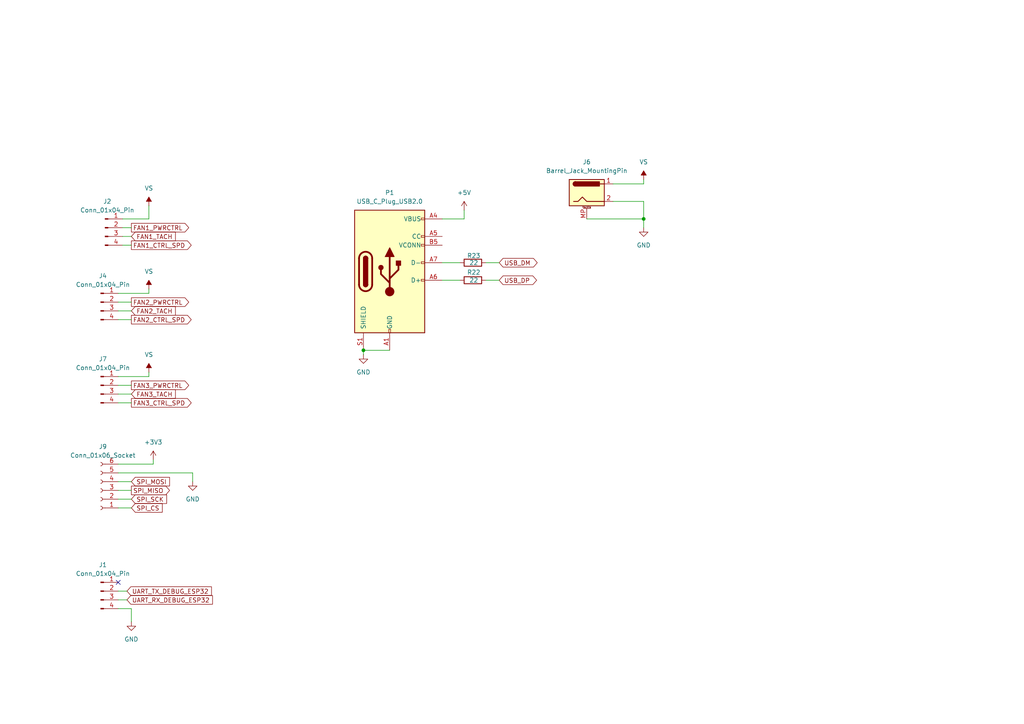
<source format=kicad_sch>
(kicad_sch (version 20231120) (generator "eeschema") (generator_version "8.0")
  (paper "A4")
  (title_block (title "Connectors - Exhaust Fan Portable") (date "2025-12-28") (rev "1.0.0"))
  (lib_symbols
    (symbol "Connector:Barrel_Jack_MountingPin" (pin_names hide)
      (property "Reference" "J" (at 0 5.334 0))
      (property "Value" "Barrel_Jack_MountingPin" (at 1.27 -6.35 0))
      (symbol "Barrel_Jack_MountingPin_0_1"
        (rectangle (start -5.08 3.81) (end 5.08 -3.81) (stroke (width 0.254)) (fill (type background)))
        (arc (start -3.302 3.175) (mid -3.9343 2.54) (end -3.302 1.905) (stroke (width 0.254)))
        (arc (start -3.302 3.175) (mid -3.9343 2.54) (end -3.302 1.905) (stroke (width 0.254)) (fill (type outline)))
        (polyline (pts (xy 5.08 2.54) (xy 3.81 2.54)) (stroke (width 0.254)))
        (polyline (pts (xy -3.81 -2.54) (xy -2.54 -2.54) (xy -1.27 -1.27) (xy 0 -2.54) (xy 2.54 -2.54) (xy 5.08 -2.54)) (stroke (width 0.254)))
        (rectangle (start 3.683 3.175) (end -3.302 1.905) (stroke (width 0.254)) (fill (type outline)))
      )
      (symbol "Barrel_Jack_MountingPin_1_1"
        (polyline (pts (xy -1.016 -4.572) (xy 1.016 -4.572)) (stroke (width 0.1524)))
        (text "Mounting" (at 0 -4.191 0) (effects (font (size 0.381 0.381))))
        (pin passive line (at 7.62 2.54 180) (length 2.54) (name "~") (number "1"))
        (pin passive line (at 7.62 -2.54 180) (length 2.54) (name "~") (number "2"))
        (pin passive line (at 0 -7.62 90) (length 3.048) (name "MountPin") (number "MP"))
      )
    )
    (symbol "Connector:Conn_01x04_Pin" (pin_names (offset 1.016) hide)
      (property "Reference" "J" (at 0 5.08 0))
      (property "Value" "Conn_01x04_Pin" (at 0 -7.62 0))
      (symbol "Conn_01x04_Pin_1_1"
        (polyline (pts (xy 1.27 -5.08) (xy 0.8636 -5.08)) (stroke (width 0.1524)))
        (polyline (pts (xy 1.27 -2.54) (xy 0.8636 -2.54)) (stroke (width 0.1524)))
        (polyline (pts (xy 1.27 0) (xy 0.8636 0)) (stroke (width 0.1524)))
        (polyline (pts (xy 1.27 2.54) (xy 0.8636 2.54)) (stroke (width 0.1524)))
        (rectangle (start 0.8636 -4.953) (end 0 -5.207) (stroke (width 0.1524)) (fill (type outline)))
        (rectangle (start 0.8636 -2.413) (end 0 -2.667) (stroke (width 0.1524)) (fill (type outline)))
        (rectangle (start 0.8636 0.127) (end 0 -0.127) (stroke (width 0.1524)) (fill (type outline)))
        (rectangle (start 0.8636 2.667) (end 0 2.413) (stroke (width 0.1524)) (fill (type outline)))
        (pin passive line (at 5.08 2.54 180) (length 3.81) (name "Pin_1") (number "1"))
        (pin passive line (at 5.08 0 180) (length 3.81) (name "Pin_2") (number "2"))
        (pin passive line (at 5.08 -2.54 180) (length 3.81) (name "Pin_3") (number "3"))
        (pin passive line (at 5.08 -5.08 180) (length 3.81) (name "Pin_4") (number "4"))
      )
    )
    (symbol "Connector:Conn_01x06_Socket" (pin_names (offset 1.016) hide)
      (property "Reference" "J" (at 0 7.62 0))
      (property "Value" "Conn_01x06_Socket" (at 0 -10.16 0))
      (symbol "Conn_01x06_Socket_1_1"
        (arc (start 0 -7.112) (mid -0.5058 -7.62) (end 0 -8.128) (stroke (width 0.1524)))
        (arc (start 0 -4.572) (mid -0.5058 -5.08) (end 0 -5.588) (stroke (width 0.1524)))
        (arc (start 0 -2.032) (mid -0.5058 -2.54) (end 0 -3.048) (stroke (width 0.1524)))
        (polyline (pts (xy -1.27 -7.62) (xy -0.508 -7.62)) (stroke (width 0.1524)))
        (polyline (pts (xy -1.27 -5.08) (xy -0.508 -5.08)) (stroke (width 0.1524)))
        (polyline (pts (xy -1.27 -2.54) (xy -0.508 -2.54)) (stroke (width 0.1524)))
        (polyline (pts (xy -1.27 0) (xy -0.508 0)) (stroke (width 0.1524)))
        (polyline (pts (xy -1.27 2.54) (xy -0.508 2.54)) (stroke (width 0.1524)))
        (polyline (pts (xy -1.27 5.08) (xy -0.508 5.08)) (stroke (width 0.1524)))
        (arc (start 0 0.508) (mid -0.5058 0) (end 0 -0.508) (stroke (width 0.1524)))
        (arc (start 0 3.048) (mid -0.5058 2.54) (end 0 2.032) (stroke (width 0.1524)))
        (arc (start 0 5.588) (mid -0.5058 5.08) (end 0 4.572) (stroke (width 0.1524)))
        (pin passive line (at -5.08 5.08 0) (length 3.81) (name "Pin_1") (number "1"))
        (pin passive line (at -5.08 2.54 0) (length 3.81) (name "Pin_2") (number "2"))
        (pin passive line (at -5.08 0 0) (length 3.81) (name "Pin_3") (number "3"))
        (pin passive line (at -5.08 -2.54 0) (length 3.81) (name "Pin_4") (number "4"))
        (pin passive line (at -5.08 -5.08 0) (length 3.81) (name "Pin_5") (number "5"))
        (pin passive line (at -5.08 -7.62 0) (length 3.81) (name "Pin_6") (number "6"))
      )
    )
    (symbol "Connector:USB_C_Plug_USB2.0" (pin_names (offset 1.016))
      (property "Reference" "P" (at -10.16 19.05 0))
      (property "Value" "USB_C_Plug_USB2.0" (at 12.7 19.05 0))
      (symbol "USB_C_Plug_USB2.0_0_0"
        (rectangle (start -0.254 -17.78) (end 0.254 -16.764))
        (rectangle (start 10.16 -2.286) (end 9.144 -2.794))
        (rectangle (start 10.16 2.794) (end 9.144 2.286))
        (rectangle (start 10.16 7.874) (end 9.144 7.366))
        (rectangle (start 10.16 10.414) (end 9.144 9.906))
        (rectangle (start 10.16 15.494) (end 9.144 14.986))
      )
      (symbol "USB_C_Plug_USB2.0_0_1"
        (rectangle (start -10.16 17.78) (end 10.16 -17.78) (stroke (width 0.254)) (fill (type background)))
        (arc (start -8.89 -3.81) (mid -6.985 -5.7067) (end -5.08 -3.81) (stroke (width 0.508)))
        (arc (start -7.62 -3.81) (mid -6.985 -4.4423) (end -6.35 -3.81) (stroke (width 0.254)))
        (arc (start -7.62 -3.81) (mid -6.985 -4.4423) (end -6.35 -3.81) (stroke (width 0.254)) (fill (type outline)))
        (rectangle (start -7.62 -3.81) (end -6.35 3.81) (stroke (width 0.254)) (fill (type outline)))
        (arc (start -6.35 3.81) (mid -6.985 4.4423) (end -7.62 3.81) (stroke (width 0.254)))
        (arc (start -6.35 3.81) (mid -6.985 4.4423) (end -7.62 3.81) (stroke (width 0.254)) (fill (type outline)))
        (arc (start -5.08 3.81) (mid -6.985 5.7067) (end -8.89 3.81) (stroke (width 0.508)))
        (circle (center -2.54 1.143) (radius 0.635) (stroke (width 0.254)) (fill (type outline)))
        (circle (center 0 -5.842) (radius 1.27) (fill (type outline)))
        (polyline (pts (xy -8.89 -3.81) (xy -8.89 3.81)) (stroke (width 0.508)))
        (polyline (pts (xy -5.08 3.81) (xy -5.08 -3.81)) (stroke (width 0.508)))
        (polyline (pts (xy 0 -5.842) (xy 0 4.318)) (stroke (width 0.508)))
        (polyline (pts (xy 0 -3.302) (xy -2.54 -0.762) (xy -2.54 0.508)) (stroke (width 0.508)))
        (polyline (pts (xy 0 -2.032) (xy 2.54 0.508) (xy 2.54 1.778)) (stroke (width 0.508)))
        (polyline (pts (xy -1.27 4.318) (xy 0 6.858) (xy 1.27 4.318) (xy -1.27 4.318)) (stroke (width 0.254)) (fill (type outline)))
        (rectangle (start 1.905 1.778) (end 3.175 3.048) (stroke (width 0.254)) (fill (type outline)))
      )
      (symbol "USB_C_Plug_USB2.0_1_1"
        (pin passive line (at 0 -22.86 90) (length 5.08) (name "GND") (number "A1"))
        (pin passive line (at 0 -22.86 90) (length 5.08) hide (name "GND") (number "A12"))
        (pin passive line (at 15.24 15.24 180) (length 5.08) (name "VBUS") (number "A4"))
        (pin bidirectional line (at 15.24 10.16 180) (length 5.08) (name "CC") (number "A5"))
        (pin bidirectional line (at 15.24 -2.54 180) (length 5.08) (name "D+") (number "A6"))
        (pin bidirectional line (at 15.24 2.54 180) (length 5.08) (name "D-") (number "A7"))
        (pin passive line (at 15.24 15.24 180) (length 5.08) hide (name "VBUS") (number "A9"))
        (pin passive line (at 0 -22.86 90) (length 5.08) hide (name "GND") (number "B1"))
        (pin passive line (at 0 -22.86 90) (length 5.08) hide (name "GND") (number "B12"))
        (pin passive line (at 15.24 15.24 180) (length 5.08) hide (name "VBUS") (number "B4"))
        (pin bidirectional line (at 15.24 7.62 180) (length 5.08) (name "VCONN") (number "B5"))
        (pin passive line (at 15.24 15.24 180) (length 5.08) hide (name "VBUS") (number "B9"))
        (pin passive line (at -7.62 -22.86 90) (length 5.08) (name "SHIELD") (number "S1"))
      )
    )
    (symbol "Device:R" (pin_numbers hide) (pin_names (offset 0))
      (property "Reference" "R" (at 2.032 0 90))
      (property "Value" "R" (at 0 0 90))
      (symbol "R_0_1"
        (rectangle (start -1.016 -2.54) (end 1.016 2.54) (stroke (width 0.254)))
      )
      (symbol "R_1_1"
        (pin passive line (at 0 3.81 270) (length 1.27) (name "~") (number "1"))
        (pin passive line (at 0 -3.81 90) (length 1.27) (name "~") (number "2"))
      )
    )
    (symbol "power:GND" (power) (pin_numbers hide) (pin_names (offset 0) hide)
      (property "Value" "GND" (at 0 -3.81 0))
      (symbol "GND_0_1"
        (polyline (pts (xy 0 0) (xy 0 -1.27) (xy 1.27 -1.27) (xy 0 -2.54) (xy -1.27 -1.27) (xy 0 -1.27)))
      )
      (symbol "GND_1_1"
        (pin power_in line (at 0 0 270) (length 0) (name "~") (number "1"))
      )
    )
    (symbol "power:VDD" (power) (pin_numbers hide) (pin_names (offset 0) hide)
      (property "Value" "VDD" (at 0 3.556 0))
      (symbol "VDD_0_1"
        (polyline (pts (xy -0.762 1.27) (xy 0 2.54)))
        (polyline (pts (xy 0 0) (xy 0 2.54)))
        (polyline (pts (xy 0 2.54) (xy 0.762 1.27)))
      )
      (symbol "VDD_1_1"
        (pin power_in line (at 0 0 90) (length 0) (name "~") (number "1"))
      )
    )
    (symbol "power:VS" (power) (pin_numbers hide) (pin_names (offset 0) hide)
      (property "Value" "VS" (at 0 3.556 0))
      (symbol "VS_0_1"
        (polyline (pts (xy 0 0) (xy 0 2.54)))
        (polyline (pts (xy 0.762 1.27) (xy -0.762 1.27) (xy 0 2.54) (xy 0.762 1.27)) (fill (type outline)))
      )
      (symbol "VS_1_1"
        (pin power_in line (at 0 0 90) (length 0) (name "~") (number "1"))
      )
    )
  )
  (junction (at 105.41 101.6))
  (junction (at 186.69 63.5))
  (no_connect (at 34.29 168.91))
  (wire (pts (xy 34.29 109.22) (xy 43.18 109.22)))
  (wire (pts (xy 128.27 81.28) (xy 133.35 81.28)))
  (wire (pts (xy 170.18 63.5) (xy 186.69 63.5)))
  (wire (pts (xy 128.27 76.2) (xy 133.35 76.2)))
  (wire (pts (xy 186.69 53.34) (xy 186.69 52.07)))
  (wire (pts (xy 34.29 171.45) (xy 36.83 171.45)))
  (wire (pts (xy 43.18 85.09) (xy 43.18 83.82)))
  (wire (pts (xy 43.18 109.22) (xy 43.18 107.95)))
  (wire (pts (xy 177.8 53.34) (xy 186.69 53.34)))
  (wire (pts (xy 55.88 137.16) (xy 55.88 139.7)))
  (wire (pts (xy 38.1 176.53) (xy 38.1 180.34)))
  (wire (pts (xy 128.27 63.5) (xy 134.62 63.5)))
  (wire (pts (xy 34.29 173.99) (xy 36.83 173.99)))
  (wire (pts (xy 34.29 176.53) (xy 38.1 176.53)))
  (wire (pts (xy 140.97 76.2) (xy 144.78 76.2)))
  (wire (pts (xy 177.8 58.42) (xy 186.69 58.42)))
  (wire (pts (xy 38.1 139.7) (xy 34.29 139.7)))
  (wire (pts (xy 113.03 101.6) (xy 105.41 101.6)))
  (wire (pts (xy 134.62 63.5) (xy 134.62 60.96)))
  (wire (pts (xy 38.1 68.58) (xy 35.56 68.58)))
  (wire (pts (xy 38.1 111.76) (xy 34.29 111.76)))
  (wire (pts (xy 140.97 81.28) (xy 144.78 81.28)))
  (wire (pts (xy 34.29 137.16) (xy 55.88 137.16)))
  (wire (pts (xy 38.1 66.04) (xy 35.56 66.04)))
  (wire (pts (xy 186.69 58.42) (xy 186.69 63.5)))
  (wire (pts (xy 43.18 63.5) (xy 43.18 59.69)))
  (wire (pts (xy 38.1 90.17) (xy 34.29 90.17)))
  (wire (pts (xy 186.69 63.5) (xy 186.69 66.04)))
  (wire (pts (xy 105.41 101.6) (xy 105.41 102.87)))
  (wire (pts (xy 38.1 92.71) (xy 34.29 92.71)))
  (wire (pts (xy 38.1 142.24) (xy 34.29 142.24)))
  (wire (pts (xy 38.1 116.84) (xy 34.29 116.84)))
  (wire (pts (xy 34.29 134.62) (xy 44.45 134.62)))
  (wire (pts (xy 38.1 144.78) (xy 34.29 144.78)))
  (wire (pts (xy 44.45 134.62) (xy 44.45 133.35)))
  (wire (pts (xy 38.1 87.63) (xy 34.29 87.63)))
  (wire (pts (xy 35.56 63.5) (xy 43.18 63.5)))
  (wire (pts (xy 38.1 147.32) (xy 34.29 147.32)))
  (wire (pts (xy 38.1 114.3) (xy 34.29 114.3)))
  (wire (pts (xy 34.29 85.09) (xy 43.18 85.09)))
  (wire (pts (xy 38.1 71.12) (xy 35.56 71.12)))
  (global_label "SPI_MOSI" (shape input) (at 38.1 139.7 0) (property "Intersheetrefs" "${INTERSHEET_REFS}" (effects (hide yes))))
  (global_label "SPI_SCK" (shape input) (at 38.1 144.78 0) (property "Intersheetrefs" "${INTERSHEET_REFS}" (effects (hide yes))))
  (global_label "FAN1_TACH" (shape input) (at 38.1 68.58 0) (property "Intersheetrefs" "${INTERSHEET_REFS}" (effects (hide yes))))
  (global_label "UART_RX_DEBUG_ESP32" (shape input) (at 36.83 173.99 0) (property "Intersheetrefs" "${INTERSHEET_REFS}" (effects (hide yes))))
  (global_label "FAN3_CTRL_SPD" (shape output) (at 38.1 116.84 0) (property "Intersheetrefs" "${INTERSHEET_REFS}" (effects (hide yes))))
  (global_label "FAN2_TACH" (shape input) (at 38.1 90.17 0) (property "Intersheetrefs" "${INTERSHEET_REFS}" (effects (hide yes))))
  (global_label "SPI_CS" (shape input) (at 38.1 147.32 0) (property "Intersheetrefs" "${INTERSHEET_REFS}" (effects (hide yes))))
  (global_label "FAN2_CTRL_SPD" (shape output) (at 38.1 92.71 0) (property "Intersheetrefs" "${INTERSHEET_REFS}" (effects (hide yes))))
  (global_label "SPI_MISO" (shape output) (at 38.1 142.24 0) (property "Intersheetrefs" "${INTERSHEET_REFS}" (effects (hide yes))))
  (global_label "USB_DM" (shape bidirectional) (at 144.78 76.2 0) (property "Intersheetrefs" "${INTERSHEET_REFS}" (effects (hide yes))))
  (global_label "FAN1_CTRL_SPD" (shape output) (at 38.1 71.12 0) (property "Intersheetrefs" "${INTERSHEET_REFS}" (effects (hide yes))))
  (global_label "FAN2_PWRCTRL" (shape output) (at 38.1 87.63 0) (property "Intersheetrefs" "${INTERSHEET_REFS}" (effects (hide yes))))
  (global_label "FAN3_TACH" (shape input) (at 38.1 114.3 0) (property "Intersheetrefs" "${INTERSHEET_REFS}" (effects (hide yes))))
  (global_label "FAN1_PWRCTRL" (shape output) (at 38.1 66.04 0) (property "Intersheetrefs" "${INTERSHEET_REFS}" (effects (hide yes))))
  (global_label "FAN3_PWRCTRL" (shape output) (at 38.1 111.76 0) (property "Intersheetrefs" "${INTERSHEET_REFS}" (effects (hide yes))))
  (global_label "USB_DP" (shape bidirectional) (at 144.78 81.28 0) (property "Intersheetrefs" "${INTERSHEET_REFS}" (effects (hide yes))))
  (global_label "UART_TX_DEBUG_ESP32" (shape input) (at 36.83 171.45 0) (property "Intersheetrefs" "${INTERSHEET_REFS}" (effects (hide yes))))
  (symbol (lib_id "power:GND") (at 186.69 66.04 0) (unit 1)
    (property "Reference" "#PWR47" (effects (hide yes)))
    (property "Value" "GND" (at 186.69 71.12 0))
    (property "Description" "Power symbol creates a global label with name \"GND\" , ground" (effects (hide yes)))
  )
  (symbol (lib_id "Connector:Barrel_Jack_MountingPin") (at 170.18 55.88 0) (unit 1)
    (property "Reference" "J6" (at 170.18 46.99 0))
    (property "Value" "Barrel_Jack_MountingPin" (at 170.18 49.53 0))
    (property "Description" "DC Barrel Jack with a mounting pin" (effects (hide yes)))
  )
  (symbol (lib_id "Connector:Conn_01x04_Pin") (at 29.21 87.63 0) (unit 1)
    (property "Reference" "J4" (at 29.845 80.01 0))
    (property "Value" "Conn_01x04_Pin" (at 29.845 82.55 0))
    (property "Description" "Generic connector, single row, 01x04, script generated" (effects (hide yes)))
  )
  (symbol (lib_id "Connector:Conn_01x04_Pin") (at 29.21 171.45 0) (unit 1)
    (property "Reference" "J1" (at 29.845 163.83 0))
    (property "Value" "Conn_01x04_Pin" (at 29.845 166.37 0))
    (property "Description" "Generic connector, single row, 01x04, script generated" (effects (hide yes)))
  )
  (symbol (lib_id "power:GND") (at 38.1 180.34 0) (unit 1)
    (property "Reference" "#PWR1" (effects (hide yes)))
    (property "Value" "GND" (at 38.1 185.42 0))
    (property "Description" "Power symbol creates a global label with name \"GND\" , ground" (effects (hide yes)))
  )
  (symbol (lib_id "Connector:Conn_01x04_Pin") (at 29.21 111.76 0) (unit 1)
    (property "Reference" "J7" (at 29.845 104.14 0))
    (property "Value" "Conn_01x04_Pin" (at 29.845 106.68 0))
    (property "Description" "Generic connector, single row, 01x04, script generated" (effects (hide yes)))
  )
  (symbol (lib_id "power:VS") (at 43.18 107.95 0) (unit 1)
    (property "Reference" "#PWR43" (effects (hide yes)))
    (property "Value" "VS" (at 43.18 102.87 0))
    (property "Description" "Power symbol creates a global label with name \"VS\"" (effects (hide yes)))
  )
  (symbol (lib_id "Connector:Conn_01x04_Pin") (at 30.48 66.04 0) (unit 1)
    (property "Reference" "J2" (at 31.115 58.42 0))
    (property "Value" "Conn_01x04_Pin" (at 31.115 60.96 0))
    (property "Description" "Generic connector, single row, 01x04, script generated" (effects (hide yes)))
  )
  (symbol (lib_id "Device:R") (at 137.16 81.28 90) (unit 1)
    (property "Reference" "R22" (at 137.414 78.994 90))
    (property "Value" "22" (at 137.414 81.28 90))
    (property "Description" "Resistor" (effects (hide yes)))
  )
  (symbol (lib_id "power:VS") (at 186.69 52.07 0) (unit 1)
    (property "Reference" "#PWR46" (effects (hide yes)))
    (property "Value" "VS" (at 186.69 46.99 0))
    (property "Description" "Power symbol creates a global label with name \"VS\"" (effects (hide yes)))
  )
  (symbol (lib_id "power:GND") (at 55.88 139.7 0) (unit 1)
    (property "Reference" "#PWR45" (effects (hide yes)))
    (property "Value" "GND" (at 55.88 144.78 0))
    (property "Description" "Power symbol creates a global label with name \"GND\" , ground" (effects (hide yes)))
  )
  (symbol (lib_id "Connector:USB_C_Plug_USB2.0") (at 113.03 78.74 0) (unit 1)
    (property "Reference" "P1" (at 113.03 55.88 0))
    (property "Value" "USB_C_Plug_USB2.0" (at 113.03 58.42 0))
    (property "Datasheet" "https://www.usb.org/sites/default/files/documents/usb_type-c.zip" (effects (hide yes)))
    (property "Description" "USB 2.0-only Type-C Plug connector" (effects (hide yes)))
  )
  (symbol (lib_id "power:VDD") (at 44.45 133.35 0) (unit 1)
    (property "Reference" "#PWR44" (effects (hide yes)))
    (property "Value" "+3V3" (at 44.45 128.27 0))
    (property "Description" "Power symbol creates a global label with name \"VDD\"" (effects (hide yes)))
  )
  (symbol (lib_id "power:VS") (at 43.18 83.82 0) (unit 1)
    (property "Reference" "#PWR42" (effects (hide yes)))
    (property "Value" "VS" (at 43.18 78.74 0))
    (property "Description" "Power symbol creates a global label with name \"VS\"" (effects (hide yes)))
  )
  (symbol (lib_id "power:GND") (at 105.41 102.87 0) (unit 1)
    (property "Reference" "#PWR49" (effects (hide yes)))
    (property "Value" "GND" (at 105.41 107.95 0))
    (property "Description" "Power symbol creates a global label with name \"GND\" , ground" (effects (hide yes)))
  )
  (symbol (lib_id "power:VS") (at 43.18 59.69 0) (unit 1)
    (property "Reference" "#PWR41" (effects (hide yes)))
    (property "Value" "VS" (at 43.18 54.61 0))
    (property "Description" "Power symbol creates a global label with name \"VS\"" (effects (hide yes)))
  )
  (symbol (lib_id "Connector:Conn_01x06_Socket") (at 29.21 142.24 180) (unit 1)
    (property "Reference" "J9" (at 29.845 129.54 0))
    (property "Value" "Conn_01x06_Socket" (at 29.845 132.08 0))
    (property "Description" "Generic connector, single row, 01x06, script generated" (effects (hide yes)))
  )
  (symbol (lib_id "power:VDD") (at 134.62 60.96 0) (unit 1)
    (property "Reference" "#PWR48" (effects (hide yes)))
    (property "Value" "+5V" (at 134.62 55.88 0))
    (property "Description" "Power symbol creates a global label with name \"VDD\"" (effects (hide yes)))
  )
  (symbol (lib_id "Device:R") (at 137.16 76.2 90) (unit 1)
    (property "Reference" "R23" (at 137.414 74.168 90))
    (property "Value" "22" (at 137.414 76.2 90))
    (property "Description" "Resistor" (effects (hide yes)))
  )
)
</source>
